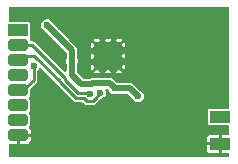
<source format=gbr>
%TF.GenerationSoftware,KiCad,Pcbnew,8.0.5-8.0.5-0~ubuntu22.04.1*%
%TF.CreationDate,2024-09-30T14:04:22+02:00*%
%TF.ProjectId,CC1101_868MHz_UFL_RF_Modul_FUEL4EP,43433131-3031-45f3-9836-384d487a5f55,1.6*%
%TF.SameCoordinates,Original*%
%TF.FileFunction,Copper,L2,Bot*%
%TF.FilePolarity,Positive*%
%FSLAX46Y46*%
G04 Gerber Fmt 4.6, Leading zero omitted, Abs format (unit mm)*
G04 Created by KiCad (PCBNEW 8.0.5-8.0.5-0~ubuntu22.04.1) date 2024-09-30 14:04:22*
%MOMM*%
%LPD*%
G01*
G04 APERTURE LIST*
G04 Aperture macros list*
%AMRoundRect*
0 Rectangle with rounded corners*
0 $1 Rounding radius*
0 $2 $3 $4 $5 $6 $7 $8 $9 X,Y pos of 4 corners*
0 Add a 4 corners polygon primitive as box body*
4,1,4,$2,$3,$4,$5,$6,$7,$8,$9,$2,$3,0*
0 Add four circle primitives for the rounded corners*
1,1,$1+$1,$2,$3*
1,1,$1+$1,$4,$5*
1,1,$1+$1,$6,$7*
1,1,$1+$1,$8,$9*
0 Add four rect primitives between the rounded corners*
20,1,$1+$1,$2,$3,$4,$5,0*
20,1,$1+$1,$4,$5,$6,$7,0*
20,1,$1+$1,$6,$7,$8,$9,0*
20,1,$1+$1,$8,$9,$2,$3,0*%
G04 Aperture macros list end*
%TA.AperFunction,HeatsinkPad*%
%ADD10C,0.500000*%
%TD*%
%TA.AperFunction,HeatsinkPad*%
%ADD11R,2.400000X2.400000*%
%TD*%
%TA.AperFunction,CastellatedPad*%
%ADD12R,1.700000X1.000000*%
%TD*%
%TA.AperFunction,CastellatedPad*%
%ADD13RoundRect,0.250000X-0.600000X-0.250000X0.600000X-0.250000X0.600000X0.250000X-0.600000X0.250000X0*%
%TD*%
%TA.AperFunction,ViaPad*%
%ADD14C,0.600000*%
%TD*%
%TA.AperFunction,Conductor*%
%ADD15C,0.250000*%
%TD*%
%TA.AperFunction,Conductor*%
%ADD16C,0.500000*%
%TD*%
G04 APERTURE END LIST*
D10*
%TO.P,U1,21,GND3*%
%TO.N,GND*%
X7629000Y9652800D03*
X7629000Y8702800D03*
X7629000Y7752800D03*
X8579000Y9652800D03*
X8579000Y8702800D03*
D11*
X8579000Y8702800D03*
D10*
X8579000Y7752800D03*
X9529000Y9652800D03*
X9529000Y8702800D03*
X9529000Y7752800D03*
%TD*%
D12*
%TO.P,JA2,1,Pin_1*%
%TO.N,GND*%
X18050000Y1270000D03*
%TD*%
%TO.P,JA1,1,Pin_1*%
%TO.N,Net-(JA1-Pin_1)*%
X18050000Y3550000D03*
%TD*%
D13*
%TO.P,JC5,1,Pin_1*%
%TO.N,/MOSI*%
X950000Y5810000D03*
%TD*%
%TO.P,JC8,1,Pin_1*%
%TO.N,GND*%
X950000Y2000000D03*
%TD*%
%TO.P,JC6,1,Pin_1*%
%TO.N,/MISO{slash}GDO1*%
X950000Y4540000D03*
%TD*%
%TO.P,JC3,1,Pin_1*%
%TO.N,/~{CS}*%
X950000Y8350000D03*
%TD*%
%TO.P,JC2,1,Pin_1*%
%TO.N,/GDO0*%
X950000Y9620000D03*
%TD*%
D12*
%TO.P,JC1,1,Pin_1*%
%TO.N,/VDD*%
X950000Y10890000D03*
%TD*%
D13*
%TO.P,JC4,1,Pin_1*%
%TO.N,/SCK*%
X950000Y7080000D03*
%TD*%
%TO.P,JC7,1,Pin_1*%
%TO.N,/GDO2*%
X950000Y3270000D03*
%TD*%
D14*
%TO.N,GND*%
X5130800Y4902200D03*
X3302000Y1524000D03*
X3302000Y508000D03*
X2286000Y1524000D03*
X2286000Y508000D03*
X762000Y508000D03*
X11938000Y2692400D03*
X500000Y12050000D03*
X14859000Y12192000D03*
X3302000Y2540000D03*
X4318000Y1524000D03*
X6604000Y508000D03*
X8890000Y508000D03*
X18288000Y11176000D03*
X5334000Y1524000D03*
X6985000Y11303000D03*
X10414000Y3048000D03*
X18542000Y8890000D03*
X10226239Y7051239D03*
X11176000Y3556000D03*
X16205200Y4927600D03*
X5854208Y4498645D03*
X17526000Y11176000D03*
X4318000Y508000D03*
X13462000Y6985000D03*
X12192000Y7112000D03*
X2286000Y2540000D03*
X16357600Y10058400D03*
X16002000Y12192000D03*
X5334000Y2540000D03*
X9780000Y10794000D03*
X11023600Y660400D03*
X10640848Y4659587D03*
X16764000Y11176000D03*
X10160000Y508000D03*
X4318000Y3556000D03*
X5334000Y3556000D03*
X18440400Y7924800D03*
X12192000Y3556000D03*
X11836400Y660400D03*
X13335000Y10175000D03*
X12446000Y1676400D03*
X3556000Y3302000D03*
X4318000Y2540000D03*
X14808200Y11226800D03*
X15748000Y10820400D03*
X13817600Y5384800D03*
X17526000Y10160000D03*
X16764000Y12192000D03*
X5334000Y508000D03*
X2304199Y5700000D03*
X13030200Y12014200D03*
X18288000Y10160000D03*
X11734800Y4470400D03*
X12700000Y762000D03*
X11176000Y2540000D03*
X13792200Y11099800D03*
X7874000Y508000D03*
X6223000Y10922000D03*
X6858000Y7061200D03*
X18288000Y12192000D03*
X4346102Y4561781D03*
X13868400Y12039600D03*
X10414000Y2032000D03*
X11480800Y1574800D03*
X13462000Y6096000D03*
X16256000Y1574800D03*
X16205200Y4064000D03*
X17526000Y12192000D03*
X16205200Y762000D03*
X1524000Y762000D03*
X2375000Y10775000D03*
X4592391Y11199563D03*
X10375000Y3875000D03*
X12928600Y11074400D03*
X12801600Y4521200D03*
X10414000Y1270000D03*
%TO.N,/GDO0*%
X7041833Y5538480D03*
%TO.N,/MOSI*%
X2261967Y7852614D03*
%TO.N,/~{CS}*%
X7877108Y5586478D03*
%TO.N,VDDA*%
X5505452Y8312053D03*
X3403600Y11328400D03*
X9127372Y5974477D03*
X11089998Y5321000D03*
%TD*%
D15*
%TO.N,/GDO0*%
X2165932Y9620000D02*
X4939781Y6846151D01*
X6061234Y5572299D02*
X7043829Y5572299D01*
X1400000Y9620000D02*
X2165932Y9620000D01*
X4962699Y6697707D02*
X4962699Y6670833D01*
X4939781Y6720625D02*
X4962699Y6697707D01*
X4962699Y6670833D02*
X6061234Y5572299D01*
X4939781Y6846151D02*
X4939781Y6720625D01*
%TO.N,/MOSI*%
X2261967Y6671967D02*
X2261967Y7852614D01*
X1400000Y5810000D02*
X2261967Y6671967D01*
%TO.N,/~{CS}*%
X1400000Y8350000D02*
X1800000Y8750000D01*
X2298643Y8750000D02*
X4490280Y6558363D01*
X7300510Y4913980D02*
X7666333Y5279803D01*
X6783156Y4913980D02*
X7300510Y4913980D01*
X4490280Y6558363D02*
X4490280Y6507562D01*
X6574338Y5122798D02*
X6783156Y4913980D01*
X4490280Y6507562D02*
X5875044Y5122798D01*
X7666333Y5279803D02*
X7666333Y5288773D01*
X7666333Y5288773D02*
X7927343Y5549783D01*
X5875044Y5122798D02*
X6574338Y5122798D01*
X1800000Y8750000D02*
X2298643Y8750000D01*
D16*
%TO.N,VDDA*%
X5514282Y8114709D02*
X5514282Y9217718D01*
X10436521Y5974477D02*
X11089998Y5321000D01*
X9127372Y5974477D02*
X10436521Y5974477D01*
X6287200Y6311200D02*
X5505452Y7092948D01*
X9127372Y5974477D02*
X8701049Y6400800D01*
X7168661Y6311200D02*
X6287200Y6311200D01*
X8701049Y6400800D02*
X7258261Y6400800D01*
X5514282Y9217718D02*
X3403600Y11328400D01*
X5505452Y7092948D02*
X5505452Y8312053D01*
X7258261Y6400800D02*
X7168661Y6311200D01*
%TD*%
%TA.AperFunction,Conductor*%
%TO.N,GND*%
G36*
X18788921Y12832398D02*
G01*
X18835414Y12778742D01*
X18846800Y12726400D01*
X18846800Y4376500D01*
X18826798Y4308379D01*
X18773142Y4261886D01*
X18720800Y4250500D01*
X17180252Y4250500D01*
X17121769Y4238867D01*
X17055448Y4194552D01*
X17020341Y4142011D01*
X17011133Y4128231D01*
X17011132Y4128228D01*
X16999500Y4069750D01*
X16999500Y3030249D01*
X17011132Y2971771D01*
X17011133Y2971768D01*
X17055448Y2905448D01*
X17121768Y2861133D01*
X17121771Y2861132D01*
X17180249Y2849500D01*
X18720800Y2849500D01*
X18788921Y2829498D01*
X18835414Y2775842D01*
X18846800Y2723500D01*
X18846800Y2149999D01*
X18826798Y2081878D01*
X18773142Y2035385D01*
X18720800Y2023999D01*
X18177000Y2023999D01*
X18177000Y516000D01*
X18720800Y516000D01*
X18788921Y495998D01*
X18835414Y442342D01*
X18846800Y390000D01*
X18846800Y278400D01*
X18826798Y210279D01*
X18773142Y163786D01*
X18720800Y152400D01*
X278400Y152400D01*
X210279Y172402D01*
X163786Y226058D01*
X152400Y278400D01*
X152400Y1121788D01*
X172402Y1189909D01*
X226058Y1236402D01*
X291866Y1247066D01*
X301772Y1246001D01*
X301795Y1246000D01*
X823000Y1246000D01*
X823000Y2001000D01*
X843002Y2069121D01*
X896658Y2115614D01*
X949000Y2127000D01*
X998047Y2127000D01*
X997149Y2125445D01*
X975000Y2042787D01*
X975000Y1957213D01*
X997149Y1874555D01*
X1039936Y1800446D01*
X1077000Y1763382D01*
X1077000Y1246000D01*
X1598202Y1246000D01*
X1598226Y1246002D01*
X1658232Y1252452D01*
X1658234Y1252452D01*
X1794023Y1303100D01*
X1910047Y1389952D01*
X1996899Y1505976D01*
X2047546Y1641761D01*
X2047548Y1641769D01*
X2053999Y1701777D01*
X2054000Y1701794D01*
X2054000Y1795022D01*
X16946000Y1795022D01*
X16946000Y1397000D01*
X17345801Y1397000D01*
X17325000Y1319370D01*
X17325000Y1220630D01*
X17345801Y1143000D01*
X16946001Y1143000D01*
X16946001Y744977D01*
X16960737Y670894D01*
X16960737Y670892D01*
X17016875Y586875D01*
X17100893Y530737D01*
X17100894Y530736D01*
X17174977Y516000D01*
X17923000Y516000D01*
X17923000Y965736D01*
X17930255Y969925D01*
X18000075Y1039745D01*
X18049444Y1125255D01*
X18075000Y1220630D01*
X18075000Y1319370D01*
X18049444Y1414745D01*
X18000075Y1500255D01*
X17930255Y1570075D01*
X17923000Y1574263D01*
X17923000Y2023999D01*
X17174986Y2023999D01*
X17174977Y2023998D01*
X17100894Y2009262D01*
X17100892Y2009262D01*
X17016875Y1953124D01*
X16960737Y1869106D01*
X16960736Y1869105D01*
X16946000Y1795022D01*
X2054000Y1795022D01*
X2054000Y1873000D01*
X1601953Y1873000D01*
X1602851Y1874555D01*
X1625000Y1957213D01*
X1625000Y2042787D01*
X1602851Y2125445D01*
X1601953Y2127000D01*
X2053999Y2127000D01*
X2053999Y2298202D01*
X2053997Y2298226D01*
X2047547Y2358232D01*
X2047547Y2358234D01*
X1996900Y2494021D01*
X1914458Y2604153D01*
X1889648Y2670674D01*
X1904740Y2740048D01*
X1913947Y2754483D01*
X1952793Y2807118D01*
X1997644Y2935295D01*
X1997645Y2935299D01*
X1997646Y2935301D01*
X2000500Y2965734D01*
X2000500Y3574266D01*
X1997646Y3604699D01*
X1952793Y3732882D01*
X1880984Y3830179D01*
X1856627Y3896866D01*
X1872189Y3966135D01*
X1880980Y3979814D01*
X1947354Y4069748D01*
X1952793Y4077117D01*
X1952793Y4077118D01*
X1997644Y4205295D01*
X1997645Y4205299D01*
X1997646Y4205301D01*
X2000500Y4235734D01*
X2000500Y4844266D01*
X1997646Y4874699D01*
X1952793Y5002882D01*
X1880984Y5100179D01*
X1856627Y5166866D01*
X1872189Y5236135D01*
X1880980Y5249814D01*
X1927690Y5313104D01*
X1952793Y5347117D01*
X1952793Y5347118D01*
X1997644Y5475295D01*
X1997645Y5475299D01*
X1997646Y5475301D01*
X2000500Y5505734D01*
X2000500Y5897982D01*
X2020502Y5966103D01*
X2037405Y5987077D01*
X2522427Y6472099D01*
X2522432Y6472105D01*
X2524090Y6474977D01*
X2565285Y6546329D01*
X2587467Y6629114D01*
X2587467Y7416980D01*
X2607469Y7485101D01*
X2618242Y7499492D01*
X2687343Y7579240D01*
X2687344Y7579241D01*
X2712822Y7635030D01*
X2759315Y7688686D01*
X2827436Y7708688D01*
X2895557Y7688686D01*
X2916531Y7671783D01*
X4155975Y6432340D01*
X4181288Y6388513D01*
X4183800Y6389554D01*
X4186959Y6381926D01*
X4229812Y6307703D01*
X4229820Y6307693D01*
X5675175Y4862338D01*
X5675185Y4862330D01*
X5749400Y4819482D01*
X5749403Y4819481D01*
X5749405Y4819480D01*
X5832191Y4797298D01*
X6387321Y4797298D01*
X6455442Y4777296D01*
X6476411Y4760397D01*
X6529854Y4706954D01*
X6583292Y4653516D01*
X6583297Y4653512D01*
X6657512Y4610664D01*
X6657515Y4610663D01*
X6657517Y4610662D01*
X6740303Y4588480D01*
X6740305Y4588480D01*
X7343361Y4588480D01*
X7343363Y4588480D01*
X7426149Y4610662D01*
X7426151Y4610663D01*
X7426153Y4610664D01*
X7500368Y4653512D01*
X7500378Y4653520D01*
X7903347Y5056489D01*
X7956944Y5088290D01*
X8087161Y5126525D01*
X8208234Y5204333D01*
X8235791Y5236135D01*
X8302485Y5313105D01*
X8362273Y5444021D01*
X8382755Y5586478D01*
X8362273Y5728935D01*
X8342624Y5771957D01*
X8332520Y5842230D01*
X8362013Y5906812D01*
X8421739Y5945196D01*
X8457238Y5950300D01*
X8462254Y5950300D01*
X8530375Y5930298D01*
X8551351Y5913394D01*
X8634103Y5830640D01*
X8659619Y5793891D01*
X8701996Y5701101D01*
X8796245Y5592332D01*
X8917318Y5514524D01*
X9055411Y5473977D01*
X9199333Y5473977D01*
X9346072Y5517063D01*
X9346532Y5515494D01*
X9385534Y5523977D01*
X10197727Y5523977D01*
X10265848Y5503975D01*
X10286823Y5487072D01*
X10596728Y5177165D01*
X10622245Y5140414D01*
X10664620Y5047627D01*
X10664621Y5047626D01*
X10758871Y4938855D01*
X10879944Y4861047D01*
X11018037Y4820500D01*
X11161959Y4820500D01*
X11300051Y4861047D01*
X11421124Y4938855D01*
X11476603Y5002881D01*
X11515375Y5047627D01*
X11575163Y5178543D01*
X11595645Y5321000D01*
X11575163Y5463457D01*
X11515375Y5594373D01*
X11421126Y5703143D01*
X11300051Y5780953D01*
X11284330Y5785568D01*
X11230731Y5817368D01*
X10713135Y6334966D01*
X10610408Y6394276D01*
X10586194Y6400763D01*
X10495830Y6424977D01*
X9385533Y6424977D01*
X9346537Y6433461D01*
X9346076Y6431890D01*
X9337425Y6434429D01*
X9337425Y6434430D01*
X9321704Y6439045D01*
X9268105Y6470845D01*
X8977663Y6761289D01*
X8874936Y6820599D01*
X8850722Y6827086D01*
X8760358Y6851300D01*
X7198952Y6851300D01*
X7122582Y6830836D01*
X7094630Y6823347D01*
X7094631Y6823347D01*
X7094627Y6823346D01*
X7084375Y6820599D01*
X7084372Y6820597D01*
X7084371Y6820597D01*
X7011597Y6778581D01*
X6948597Y6761700D01*
X6525995Y6761700D01*
X6457874Y6781702D01*
X6436900Y6798604D01*
X5992857Y7242646D01*
X5958832Y7304959D01*
X5957450Y7317815D01*
X7373619Y7317815D01*
X7417481Y7289629D01*
X7556530Y7248801D01*
X7556539Y7248800D01*
X7701467Y7248800D01*
X7840524Y7289632D01*
X7884378Y7317815D01*
X8323619Y7317815D01*
X8367481Y7289629D01*
X8506530Y7248801D01*
X8506539Y7248800D01*
X8651467Y7248800D01*
X8790524Y7289632D01*
X8834378Y7317815D01*
X9273619Y7317815D01*
X9317481Y7289629D01*
X9456530Y7248801D01*
X9456539Y7248800D01*
X9601467Y7248800D01*
X9740524Y7289632D01*
X9784378Y7317815D01*
X9529000Y7573195D01*
X9528999Y7573195D01*
X9273619Y7317815D01*
X8834378Y7317815D01*
X8579000Y7573195D01*
X8578999Y7573195D01*
X8323619Y7317815D01*
X7884378Y7317815D01*
X7629000Y7573195D01*
X7628999Y7573195D01*
X7373619Y7317815D01*
X5957450Y7317815D01*
X5955952Y7331742D01*
X5955952Y7752800D01*
X7119817Y7752800D01*
X7140442Y7609346D01*
X7192328Y7495732D01*
X7449395Y7752799D01*
X7429503Y7772691D01*
X7529000Y7772691D01*
X7529000Y7732909D01*
X7544224Y7696155D01*
X7572355Y7668024D01*
X7609109Y7652800D01*
X7648891Y7652800D01*
X7685645Y7668024D01*
X7713776Y7696155D01*
X7729000Y7732909D01*
X7729000Y7752801D01*
X7808605Y7752801D01*
X7808605Y7752799D01*
X8065671Y7495732D01*
X8081629Y7498611D01*
X8126368Y7498611D01*
X8142327Y7495731D01*
X8399395Y7752799D01*
X8379503Y7772691D01*
X8479000Y7772691D01*
X8479000Y7732909D01*
X8494224Y7696155D01*
X8522355Y7668024D01*
X8559109Y7652800D01*
X8598891Y7652800D01*
X8635645Y7668024D01*
X8663776Y7696155D01*
X8679000Y7732909D01*
X8679000Y7752801D01*
X8758605Y7752801D01*
X8758605Y7752799D01*
X9015671Y7495732D01*
X9031629Y7498611D01*
X9076368Y7498611D01*
X9092327Y7495731D01*
X9349395Y7752799D01*
X9329503Y7772691D01*
X9429000Y7772691D01*
X9429000Y7732909D01*
X9444224Y7696155D01*
X9472355Y7668024D01*
X9509109Y7652800D01*
X9548891Y7652800D01*
X9585645Y7668024D01*
X9613776Y7696155D01*
X9629000Y7732909D01*
X9629000Y7752801D01*
X9708605Y7752801D01*
X9708605Y7752799D01*
X9965671Y7495733D01*
X10017557Y7609344D01*
X10038182Y7752800D01*
X10017557Y7896254D01*
X9965671Y8009865D01*
X9965670Y8009866D01*
X9708605Y7752801D01*
X9629000Y7752801D01*
X9629000Y7772691D01*
X9613776Y7809445D01*
X9585645Y7837576D01*
X9548891Y7852800D01*
X9509109Y7852800D01*
X9472355Y7837576D01*
X9444224Y7809445D01*
X9429000Y7772691D01*
X9329503Y7772691D01*
X9092327Y8009865D01*
X9076370Y8006987D01*
X9031628Y8006987D01*
X9015670Y8009866D01*
X8758605Y7752801D01*
X8679000Y7752801D01*
X8679000Y7772691D01*
X8663776Y7809445D01*
X8635645Y7837576D01*
X8598891Y7852800D01*
X8559109Y7852800D01*
X8522355Y7837576D01*
X8494224Y7809445D01*
X8479000Y7772691D01*
X8379503Y7772691D01*
X8142327Y8009865D01*
X8126370Y8006987D01*
X8081628Y8006987D01*
X8065670Y8009866D01*
X7808605Y7752801D01*
X7729000Y7752801D01*
X7729000Y7772691D01*
X7713776Y7809445D01*
X7685645Y7837576D01*
X7648891Y7852800D01*
X7609109Y7852800D01*
X7572355Y7837576D01*
X7544224Y7809445D01*
X7529000Y7772691D01*
X7429503Y7772691D01*
X7192327Y8009865D01*
X7140443Y7896255D01*
X7140442Y7896252D01*
X7119817Y7752800D01*
X5955952Y7752800D01*
X5955952Y8005857D01*
X5960245Y8038467D01*
X5962192Y8045734D01*
X5964782Y8055400D01*
X5964782Y8085615D01*
X5976168Y8137956D01*
X5990616Y8169593D01*
X5990616Y8169594D01*
X5990617Y8169596D01*
X6004739Y8267815D01*
X7373619Y8267815D01*
X7376474Y8241272D01*
X7376474Y8214333D01*
X7373619Y8187784D01*
X7629000Y7932405D01*
X7629001Y7932405D01*
X7884378Y8187782D01*
X7881524Y8214331D01*
X7881524Y8241273D01*
X7884378Y8267815D01*
X8323619Y8267815D01*
X8326474Y8241272D01*
X8326474Y8214333D01*
X8323619Y8187784D01*
X8579000Y7932405D01*
X8579001Y7932405D01*
X8834378Y8187782D01*
X8831524Y8214331D01*
X8831524Y8241273D01*
X8834378Y8267815D01*
X9273619Y8267815D01*
X9276474Y8241272D01*
X9276474Y8214333D01*
X9273619Y8187784D01*
X9529000Y7932405D01*
X9529001Y7932405D01*
X9784378Y8187782D01*
X9781524Y8214331D01*
X9781524Y8241273D01*
X9784378Y8267815D01*
X9529000Y8523195D01*
X9528999Y8523195D01*
X9273619Y8267815D01*
X8834378Y8267815D01*
X8579000Y8523195D01*
X8578999Y8523195D01*
X8323619Y8267815D01*
X7884378Y8267815D01*
X7629000Y8523195D01*
X7628999Y8523195D01*
X7373619Y8267815D01*
X6004739Y8267815D01*
X6011099Y8312053D01*
X5990617Y8454510D01*
X5976168Y8486146D01*
X5964782Y8538489D01*
X5964782Y8702800D01*
X7119817Y8702800D01*
X7140442Y8559346D01*
X7192328Y8445732D01*
X7449395Y8702799D01*
X7429503Y8722691D01*
X7529000Y8722691D01*
X7529000Y8682909D01*
X7544224Y8646155D01*
X7572355Y8618024D01*
X7609109Y8602800D01*
X7648891Y8602800D01*
X7685645Y8618024D01*
X7713776Y8646155D01*
X7729000Y8682909D01*
X7729000Y8702801D01*
X7808605Y8702801D01*
X7808605Y8702799D01*
X8065671Y8445732D01*
X8081629Y8448611D01*
X8126368Y8448611D01*
X8142327Y8445731D01*
X8399395Y8702799D01*
X8379503Y8722691D01*
X8479000Y8722691D01*
X8479000Y8682909D01*
X8494224Y8646155D01*
X8522355Y8618024D01*
X8559109Y8602800D01*
X8598891Y8602800D01*
X8635645Y8618024D01*
X8663776Y8646155D01*
X8679000Y8682909D01*
X8679000Y8702801D01*
X8758605Y8702801D01*
X8758605Y8702799D01*
X9015671Y8445732D01*
X9031629Y8448611D01*
X9076368Y8448611D01*
X9092327Y8445731D01*
X9349395Y8702799D01*
X9329503Y8722691D01*
X9429000Y8722691D01*
X9429000Y8682909D01*
X9444224Y8646155D01*
X9472355Y8618024D01*
X9509109Y8602800D01*
X9548891Y8602800D01*
X9585645Y8618024D01*
X9613776Y8646155D01*
X9629000Y8682909D01*
X9629000Y8702801D01*
X9708605Y8702801D01*
X9708605Y8702799D01*
X9965671Y8445733D01*
X10017557Y8559344D01*
X10038182Y8702800D01*
X10017557Y8846254D01*
X9965671Y8959865D01*
X9965670Y8959866D01*
X9708605Y8702801D01*
X9629000Y8702801D01*
X9629000Y8722691D01*
X9613776Y8759445D01*
X9585645Y8787576D01*
X9548891Y8802800D01*
X9509109Y8802800D01*
X9472355Y8787576D01*
X9444224Y8759445D01*
X9429000Y8722691D01*
X9329503Y8722691D01*
X9092327Y8959865D01*
X9076370Y8956987D01*
X9031628Y8956987D01*
X9015670Y8959866D01*
X8758605Y8702801D01*
X8679000Y8702801D01*
X8679000Y8722691D01*
X8663776Y8759445D01*
X8635645Y8787576D01*
X8598891Y8802800D01*
X8559109Y8802800D01*
X8522355Y8787576D01*
X8494224Y8759445D01*
X8479000Y8722691D01*
X8379503Y8722691D01*
X8142327Y8959865D01*
X8126370Y8956987D01*
X8081628Y8956987D01*
X8065670Y8959866D01*
X7808605Y8702801D01*
X7729000Y8702801D01*
X7729000Y8722691D01*
X7713776Y8759445D01*
X7685645Y8787576D01*
X7648891Y8802800D01*
X7609109Y8802800D01*
X7572355Y8787576D01*
X7544224Y8759445D01*
X7529000Y8722691D01*
X7429503Y8722691D01*
X7192327Y8959865D01*
X7140443Y8846255D01*
X7140442Y8846252D01*
X7119817Y8702800D01*
X5964782Y8702800D01*
X5964782Y9217815D01*
X7373619Y9217815D01*
X7376474Y9191272D01*
X7376474Y9164333D01*
X7373619Y9137784D01*
X7629000Y8882405D01*
X7629001Y8882405D01*
X7884378Y9137782D01*
X7881524Y9164331D01*
X7881524Y9191273D01*
X7884378Y9217815D01*
X8323619Y9217815D01*
X8326474Y9191272D01*
X8326474Y9164333D01*
X8323619Y9137784D01*
X8579000Y8882405D01*
X8579001Y8882405D01*
X8834378Y9137782D01*
X8831524Y9164331D01*
X8831524Y9191273D01*
X8834378Y9217815D01*
X9273619Y9217815D01*
X9276474Y9191272D01*
X9276474Y9164333D01*
X9273619Y9137784D01*
X9529000Y8882405D01*
X9529001Y8882405D01*
X9784378Y9137782D01*
X9781524Y9164331D01*
X9781524Y9191273D01*
X9784378Y9217815D01*
X9529000Y9473195D01*
X9528999Y9473195D01*
X9273619Y9217815D01*
X8834378Y9217815D01*
X8579000Y9473195D01*
X8578999Y9473195D01*
X8323619Y9217815D01*
X7884378Y9217815D01*
X7629000Y9473195D01*
X7628999Y9473195D01*
X7373619Y9217815D01*
X5964782Y9217815D01*
X5964782Y9277025D01*
X5964782Y9277027D01*
X5934081Y9391604D01*
X5934081Y9391605D01*
X5874771Y9494332D01*
X5716303Y9652800D01*
X7119817Y9652800D01*
X7140442Y9509346D01*
X7192328Y9395732D01*
X7449395Y9652799D01*
X7429503Y9672691D01*
X7529000Y9672691D01*
X7529000Y9632909D01*
X7544224Y9596155D01*
X7572355Y9568024D01*
X7609109Y9552800D01*
X7648891Y9552800D01*
X7685645Y9568024D01*
X7713776Y9596155D01*
X7729000Y9632909D01*
X7729000Y9652801D01*
X7808605Y9652801D01*
X7808605Y9652799D01*
X8065671Y9395732D01*
X8081629Y9398611D01*
X8126368Y9398611D01*
X8142327Y9395731D01*
X8399395Y9652799D01*
X8379503Y9672691D01*
X8479000Y9672691D01*
X8479000Y9632909D01*
X8494224Y9596155D01*
X8522355Y9568024D01*
X8559109Y9552800D01*
X8598891Y9552800D01*
X8635645Y9568024D01*
X8663776Y9596155D01*
X8679000Y9632909D01*
X8679000Y9652801D01*
X8758605Y9652801D01*
X8758605Y9652799D01*
X9015671Y9395732D01*
X9031629Y9398611D01*
X9076368Y9398611D01*
X9092327Y9395731D01*
X9349395Y9652799D01*
X9329503Y9672691D01*
X9429000Y9672691D01*
X9429000Y9632909D01*
X9444224Y9596155D01*
X9472355Y9568024D01*
X9509109Y9552800D01*
X9548891Y9552800D01*
X9585645Y9568024D01*
X9613776Y9596155D01*
X9629000Y9632909D01*
X9629000Y9652801D01*
X9708605Y9652801D01*
X9708605Y9652799D01*
X9965671Y9395733D01*
X10017557Y9509344D01*
X10038182Y9652800D01*
X10017557Y9796254D01*
X9965671Y9909865D01*
X9965670Y9909866D01*
X9708605Y9652801D01*
X9629000Y9652801D01*
X9629000Y9672691D01*
X9613776Y9709445D01*
X9585645Y9737576D01*
X9548891Y9752800D01*
X9509109Y9752800D01*
X9472355Y9737576D01*
X9444224Y9709445D01*
X9429000Y9672691D01*
X9329503Y9672691D01*
X9092327Y9909865D01*
X9076370Y9906987D01*
X9031628Y9906987D01*
X9015670Y9909866D01*
X8758605Y9652801D01*
X8679000Y9652801D01*
X8679000Y9672691D01*
X8663776Y9709445D01*
X8635645Y9737576D01*
X8598891Y9752800D01*
X8559109Y9752800D01*
X8522355Y9737576D01*
X8494224Y9709445D01*
X8479000Y9672691D01*
X8379503Y9672691D01*
X8142327Y9909865D01*
X8126370Y9906987D01*
X8081628Y9906987D01*
X8065670Y9909866D01*
X7808605Y9652801D01*
X7729000Y9652801D01*
X7729000Y9672691D01*
X7713776Y9709445D01*
X7685645Y9737576D01*
X7648891Y9752800D01*
X7609109Y9752800D01*
X7572355Y9737576D01*
X7544224Y9709445D01*
X7529000Y9672691D01*
X7429503Y9672691D01*
X7192327Y9909865D01*
X7140443Y9796255D01*
X7140442Y9796252D01*
X7119817Y9652800D01*
X5716303Y9652800D01*
X5281319Y10087784D01*
X7373619Y10087784D01*
X7629000Y9832405D01*
X7629001Y9832405D01*
X7884379Y10087783D01*
X7884378Y10087784D01*
X8323619Y10087784D01*
X8579000Y9832405D01*
X8579001Y9832405D01*
X8834379Y10087783D01*
X8834378Y10087784D01*
X9273619Y10087784D01*
X9529000Y9832405D01*
X9529001Y9832405D01*
X9784379Y10087783D01*
X9784378Y10087784D01*
X9740522Y10115968D01*
X9601469Y10156798D01*
X9601461Y10156800D01*
X9456539Y10156800D01*
X9456532Y10156799D01*
X9317475Y10115967D01*
X9273619Y10087784D01*
X8834378Y10087784D01*
X8790522Y10115968D01*
X8651469Y10156798D01*
X8651461Y10156800D01*
X8506539Y10156800D01*
X8506532Y10156799D01*
X8367475Y10115967D01*
X8323619Y10087784D01*
X7884378Y10087784D01*
X7840522Y10115968D01*
X7701469Y10156798D01*
X7701461Y10156800D01*
X7556539Y10156800D01*
X7556532Y10156799D01*
X7417475Y10115967D01*
X7373619Y10087784D01*
X5281319Y10087784D01*
X3896866Y11472235D01*
X3871353Y11508980D01*
X3828977Y11601773D01*
X3734728Y11710543D01*
X3613653Y11788353D01*
X3475561Y11828900D01*
X3331639Y11828900D01*
X3193547Y11788353D01*
X3133009Y11749448D01*
X3072473Y11710544D01*
X3072472Y11710543D01*
X2978223Y11601773D01*
X2918435Y11470857D01*
X2918057Y11468228D01*
X2897953Y11328400D01*
X2918435Y11185943D01*
X2978223Y11055026D01*
X3072472Y10946256D01*
X3193545Y10868448D01*
X3193551Y10868445D01*
X3209272Y10863829D01*
X3262866Y10832029D01*
X5026877Y9068019D01*
X5060902Y9005707D01*
X5063782Y8978924D01*
X5063782Y8577158D01*
X5052395Y8524816D01*
X5034735Y8486146D01*
X5020287Y8454511D01*
X4999805Y8312053D01*
X5020287Y8169596D01*
X5020287Y8169595D01*
X5043566Y8118623D01*
X5054952Y8066281D01*
X5054952Y7495497D01*
X5034950Y7427376D01*
X4981294Y7380883D01*
X4911020Y7370779D01*
X4846440Y7400273D01*
X4839857Y7406402D01*
X2365800Y9880459D01*
X2365794Y9880465D01*
X2291571Y9923318D01*
X2208785Y9945500D01*
X2208783Y9945500D01*
X2090267Y9945500D01*
X2022146Y9965502D01*
X1975653Y10019158D01*
X1971338Y10029885D01*
X1952793Y10082881D01*
X1952792Y10082883D01*
X1944024Y10094764D01*
X1919665Y10161452D01*
X1935227Y10230722D01*
X1940637Y10239589D01*
X1988866Y10311768D01*
X1988867Y10311769D01*
X2000500Y10370252D01*
X2000500Y11409748D01*
X1988867Y11468231D01*
X1944552Y11534552D01*
X1878231Y11578867D01*
X1819748Y11590500D01*
X278400Y11590500D01*
X210279Y11610502D01*
X163786Y11664158D01*
X152400Y11716500D01*
X152400Y12726400D01*
X172402Y12794521D01*
X226058Y12841014D01*
X278400Y12852400D01*
X18720800Y12852400D01*
X18788921Y12832398D01*
G37*
%TD.AperFunction*%
%TD*%
M02*

</source>
